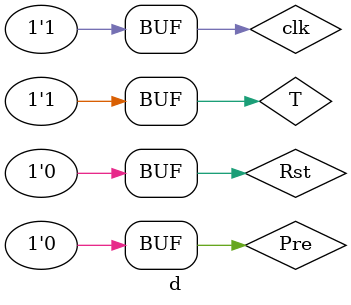
<source format=v>
module d();

reg T,clk,Pre,Rst;
wire Q;

T_ff u0(.T(T),.clk(clk),.Pre(Pre),.Rst(Rst),.Q(Q));

always 
begin
  
  clk=1'b0; 
  #5
  clk=1'b1; 
  #5;
end

always
begin
  Rst= 1'b1;
  Pre= 1'b0;
  T=1'b1;
  #10
  
  Rst= 1'b0;
  Pre= 1'b0;
  T=1'b1;
  #10
  
  Rst= 1'b0;
  Pre= 1'b0;
  T=1'b0;
  #10
  
  Rst= 1'b0;
  Pre= 1'b0;
  T=1'b1;
  #10
  
  Rst= 1'b0;
  Pre= 1'b1;
  T=1'b1;
  #10
  
  Rst= 1'b0;
  Pre= 1'b0;
  T=1'b0;
  #10
  
  Rst= 1'b1;
  Pre= 1'b0;
  T=1'b0;
  #10
  
  Rst= 1'b0;
  Pre= 1'b0;
  T=1'b1;
  #10;

end

endmodule

  
  
</source>
